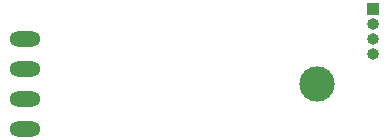
<source format=gbr>
%TF.GenerationSoftware,KiCad,Pcbnew,(6.0.0)*%
%TF.CreationDate,2022-01-08T11:25:39+00:00*%
%TF.ProjectId,DHT22,44485432-322e-46b6-9963-61645f706362,rev?*%
%TF.SameCoordinates,Original*%
%TF.FileFunction,Soldermask,Bot*%
%TF.FilePolarity,Negative*%
%FSLAX46Y46*%
G04 Gerber Fmt 4.6, Leading zero omitted, Abs format (unit mm)*
G04 Created by KiCad (PCBNEW (6.0.0)) date 2022-01-08 11:25:39*
%MOMM*%
%LPD*%
G01*
G04 APERTURE LIST*
%ADD10O,2.616000X1.308000*%
%ADD11C,3.000000*%
%ADD12R,1.000000X1.000000*%
%ADD13O,1.000000X1.000000*%
G04 APERTURE END LIST*
D10*
%TO.C,U3*%
X102616000Y-96520000D03*
X102616000Y-93980000D03*
X102616000Y-91440000D03*
X102616000Y-88900000D03*
D11*
X127381000Y-92710000D03*
%TD*%
D12*
%TO.C,J2*%
X132080000Y-86360000D03*
D13*
X132080000Y-87630000D03*
X132080000Y-88900000D03*
X132080000Y-90170000D03*
%TD*%
M02*

</source>
